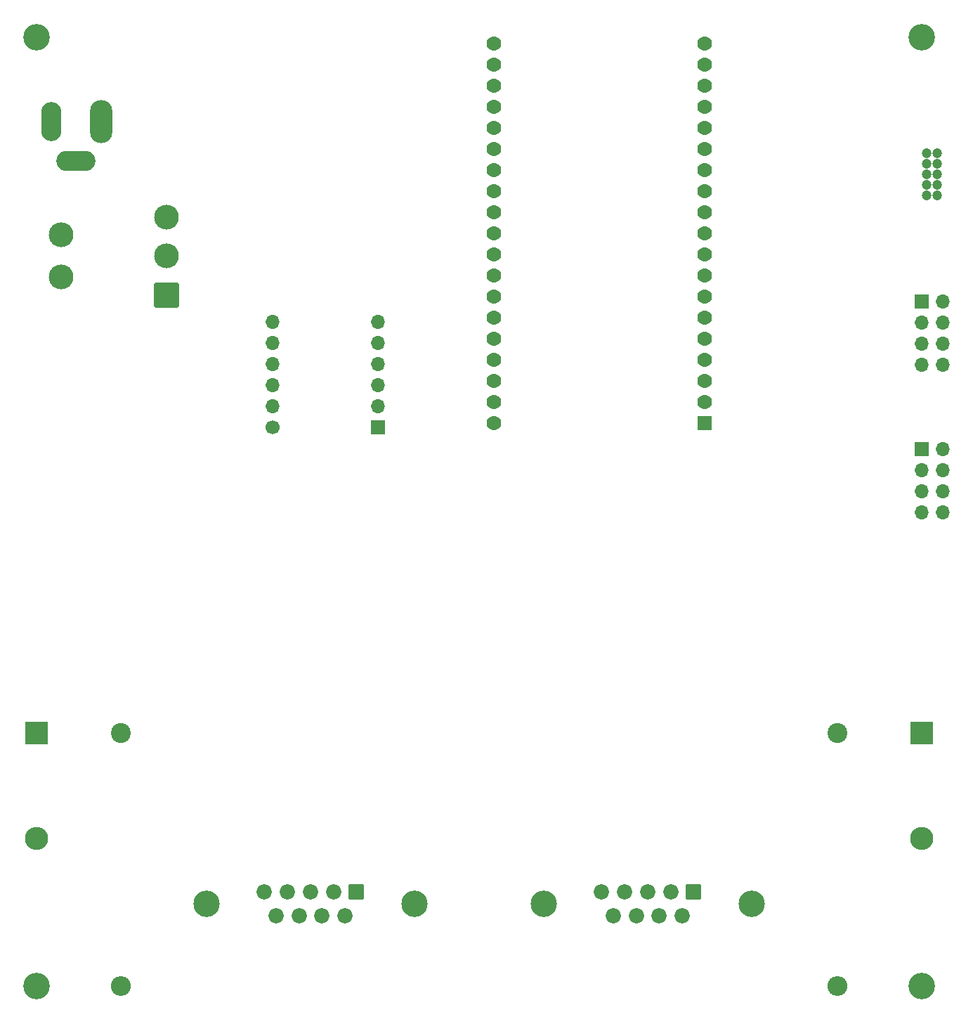
<source format=gbs>
%TF.GenerationSoftware,KiCad,Pcbnew,(6.0.6-0)*%
%TF.CreationDate,2024-03-13T21:53:30-07:00*%
%TF.ProjectId,ESP32Twiddlerino,45535033-3254-4776-9964-646c6572696e,rev?*%
%TF.SameCoordinates,Original*%
%TF.FileFunction,Soldermask,Bot*%
%TF.FilePolarity,Negative*%
%FSLAX46Y46*%
G04 Gerber Fmt 4.6, Leading zero omitted, Abs format (unit mm)*
G04 Created by KiCad (PCBNEW (6.0.6-0)) date 2024-03-13 21:53:30*
%MOMM*%
%LPD*%
G01*
G04 APERTURE LIST*
G04 Aperture macros list*
%AMRoundRect*
0 Rectangle with rounded corners*
0 $1 Rounding radius*
0 $2 $3 $4 $5 $6 $7 $8 $9 X,Y pos of 4 corners*
0 Add a 4 corners polygon primitive as box body*
4,1,4,$2,$3,$4,$5,$6,$7,$8,$9,$2,$3,0*
0 Add four circle primitives for the rounded corners*
1,1,$1+$1,$2,$3*
1,1,$1+$1,$4,$5*
1,1,$1+$1,$6,$7*
1,1,$1+$1,$8,$9*
0 Add four rect primitives between the rounded corners*
20,1,$1+$1,$2,$3,$4,$5,0*
20,1,$1+$1,$4,$5,$6,$7,0*
20,1,$1+$1,$6,$7,$8,$9,0*
20,1,$1+$1,$8,$9,$2,$3,0*%
G04 Aperture macros list end*
%ADD10RoundRect,0.102000X1.387500X-1.387500X1.387500X1.387500X-1.387500X1.387500X-1.387500X-1.387500X0*%
%ADD11C,2.979000*%
%ADD12C,3.200000*%
%ADD13R,1.700000X1.700000*%
%ADD14O,1.700000X1.700000*%
%ADD15C,1.700000*%
%ADD16C,2.400000*%
%ADD17O,2.400000X2.400000*%
%ADD18RoundRect,0.102000X0.780000X0.780000X-0.780000X0.780000X-0.780000X-0.780000X0.780000X-0.780000X0*%
%ADD19C,1.764000*%
%ADD20C,3.180000*%
%ADD21RoundRect,0.102000X-0.817500X-0.817500X0.817500X-0.817500X0.817500X0.817500X-0.817500X0.817500X0*%
%ADD22C,1.839000*%
%ADD23R,2.800000X2.800000*%
%ADD24O,2.800000X2.800000*%
%ADD25C,1.204000*%
%ADD26O,2.704000X5.204000*%
%ADD27O,2.454000X4.704000*%
%ADD28O,4.704000X2.454000*%
G04 APERTURE END LIST*
D10*
X146500000Y-62782500D03*
D11*
X146500000Y-58082500D03*
X146500000Y-53382500D03*
X133800000Y-60622500D03*
X133800000Y-55542500D03*
D12*
X130810000Y-146050000D03*
D13*
X171980000Y-78740000D03*
D14*
X171980000Y-76200000D03*
X171980000Y-73660000D03*
X171980000Y-71120000D03*
X171980000Y-68580000D03*
X171980000Y-66040000D03*
X159280000Y-66040000D03*
X159280000Y-68580000D03*
X159280000Y-71120000D03*
X159280000Y-73660000D03*
X159280000Y-76200000D03*
D15*
X159280000Y-78740000D03*
D16*
X140970000Y-115565000D03*
D17*
X140970000Y-146045000D03*
D18*
X211352500Y-78180000D03*
D19*
X211352500Y-75640000D03*
X211352500Y-73100000D03*
X211352500Y-70560000D03*
X211352500Y-68020000D03*
X211352500Y-65480000D03*
X211352500Y-62940000D03*
X211352500Y-60400000D03*
X211352500Y-57860000D03*
X211352500Y-55320000D03*
X211352500Y-52780000D03*
X211352500Y-50240000D03*
X211352500Y-47700000D03*
X211352500Y-45160000D03*
X211352500Y-42620000D03*
X211352500Y-40080000D03*
X211352500Y-37540000D03*
X211352500Y-35000000D03*
X211352500Y-32460000D03*
X185952500Y-78180000D03*
X185952500Y-75640000D03*
X185952500Y-73100000D03*
X185952500Y-70560000D03*
X185952500Y-68020000D03*
X185952500Y-65480000D03*
X185952500Y-62940000D03*
X185952500Y-60400000D03*
X185952500Y-57860000D03*
X185952500Y-55320000D03*
X185952500Y-52780000D03*
X185952500Y-50240000D03*
X185952500Y-47700000D03*
X185952500Y-45160000D03*
X185952500Y-42620000D03*
X185952500Y-40080000D03*
X185952500Y-37540000D03*
X185952500Y-35000000D03*
X185952500Y-32460000D03*
D20*
X151330000Y-136112500D03*
X176330000Y-136112500D03*
D21*
X169370000Y-134692500D03*
D22*
X166600000Y-134692500D03*
X163830000Y-134692500D03*
X161060000Y-134692500D03*
X158290000Y-134692500D03*
X167985000Y-137532500D03*
X165215000Y-137532500D03*
X162445000Y-137532500D03*
X159675000Y-137532500D03*
D16*
X227330000Y-115565000D03*
D17*
X227330000Y-146045000D03*
D23*
X237490000Y-115570000D03*
D24*
X237490000Y-128270000D03*
D25*
X239395000Y-50800000D03*
X238125000Y-50800000D03*
X239395000Y-49530000D03*
X238125000Y-49530000D03*
X239395000Y-48260000D03*
X238125000Y-48260000D03*
X239395000Y-46990000D03*
X238125000Y-46990000D03*
X239395000Y-45720000D03*
X238125000Y-45720000D03*
D12*
X130810000Y-31750000D03*
D26*
X138580000Y-41910000D03*
D27*
X132580000Y-41910000D03*
D28*
X135580000Y-46610000D03*
D13*
X237485000Y-63510000D03*
D14*
X240025000Y-63510000D03*
X237485000Y-66050000D03*
X240025000Y-66050000D03*
X237485000Y-68590000D03*
X240025000Y-68590000D03*
X237485000Y-71130000D03*
X240025000Y-71130000D03*
D13*
X237485000Y-81290000D03*
D14*
X240025000Y-81290000D03*
X237485000Y-83830000D03*
X240025000Y-83830000D03*
X237485000Y-86370000D03*
X240025000Y-86370000D03*
X237485000Y-88910000D03*
X240025000Y-88910000D03*
D23*
X130810000Y-115570000D03*
D24*
X130810000Y-128270000D03*
D12*
X237490000Y-31750000D03*
X237490000Y-146050000D03*
D20*
X216970000Y-136112500D03*
X191970000Y-136112500D03*
D21*
X210010000Y-134692500D03*
D22*
X207240000Y-134692500D03*
X204470000Y-134692500D03*
X201700000Y-134692500D03*
X198930000Y-134692500D03*
X208625000Y-137532500D03*
X205855000Y-137532500D03*
X203085000Y-137532500D03*
X200315000Y-137532500D03*
M02*

</source>
